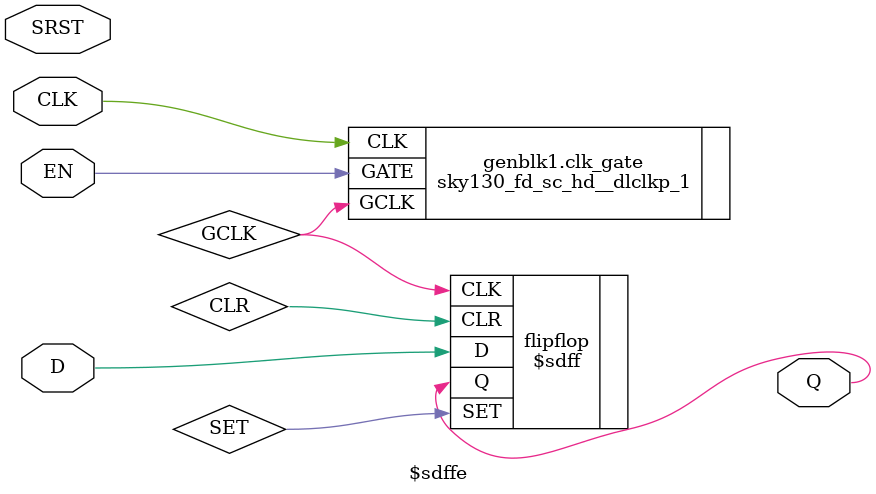
<source format=v>
module \$adffe (ARST, CLK, D, EN, Q);
    parameter ARST_POLARITY =1'b1;
    parameter ARST_VALUE  =1'b0;
    parameter CLK_POLARITY =1'b1;
    parameter EN_POLARITY =1'b1;
    parameter WIDTH =1;

    input ARST, CLK, EN;
    input [WIDTH -1 :0] D; 
    output [WIDTH -1 :0] Q;

    wire GCLK;

    generate
        if (WIDTH < 4) begin
                sky130_fd_sc_hd__dlclkp_1  clk_gate ( .GCLK(GCLK), .CLK(CLK), .GATE(EN) );
                end
            else if (WIDTH < 17) begin
                sky130_fd_sc_hd__dlclkp_2  clk_gate ( .GCLK(GCLK), .CLK(CLK), .GATE(EN) );
                end
            else begin
                sky130_fd_sc_hd__dlclkp_4  clk_gate ( .GCLK(GCLK), .CLK(CLK), .GATE(EN) );
        end
    endgenerate

    $adff  #( 
            .WIDTH(WIDTH), 
            .CLK_POLARITY(CLK_POLARITY),
            .ARST_VALUE(ARST_VALUE) ,
            .ARST_POLARITY (ARST_POLARITY)
            ) 
            flipflop(  
            .CLK(GCLK), 
            .ARST(ARST),
            .D(D), 
            .Q(Q)
            );
endmodule

//////////////////////////////////////////////////////////////////////////////////////
//////////////////////////////////////////////////////////////////////////////////////

module \$dffe ( CLK, D, EN, Q);
    parameter CLK_POLARITY =1'b1;
    parameter EN_POLARITY =1'b1;
    parameter WIDTH =1;

    input  CLK, EN;
    input [WIDTH -1:0] D; 
    output [WIDTH -1:0] Q;

    wire GCLK;

    generate
        if (WIDTH < 4) begin
                sky130_fd_sc_hd__dlclkp_1  clk_gate ( .GCLK(GCLK), .CLK(CLK), .GATE(EN) );
                end
            else if (WIDTH < 17) begin
                sky130_fd_sc_hd__dlclkp_2  clk_gate ( .GCLK(GCLK), .CLK(CLK), .GATE(EN) );
                end
            else begin
                sky130_fd_sc_hd__dlclkp_4  clk_gate ( .GCLK(GCLK), .CLK(CLK), .GATE(EN) );
        end
    endgenerate

    $dff  #( 
            .WIDTH(WIDTH), 
            .CLK_POLARITY(CLK_POLARITY),
            ) 
            flipflop(  
            .CLK(GCLK), 
            .D(D), 
            .Q(Q)
            );
endmodule

//////////////////////////////////////////////////////////////////////////////////////
//////////////////////////////////////////////////////////////////////////////////////

module \$dffsre ( CLK, EN, CLR, SET, D, Q);
    parameter CLK_POLARITY =1'b1;
    parameter EN_POLARITY =1'b1;
    parameter CLR_POLARITY =1'b1;
    parameter SET_POLARITY =1'b1;
    parameter WIDTH =1;

    input  CLK, EN, CLR, SET;
    input [WIDTH -1:0] D; 
    output [WIDTH -1:0] Q;

    wire GCLK;

    generate
        if (WIDTH < 4) begin
                sky130_fd_sc_hd__dlclkp_1  clk_gate ( .GCLK(GCLK), .CLK(CLK), .GATE(EN) );
                end
            else if (WIDTH < 17) begin
                sky130_fd_sc_hd__dlclkp_2  clk_gate ( .GCLK(GCLK), .CLK(CLK), .GATE(EN) );
                end
            else begin
                sky130_fd_sc_hd__dlclkp_4  clk_gate ( .GCLK(GCLK), .CLK(CLK), .GATE(EN) );
        end
    endgenerate

    $dffsr  #( 
            .WIDTH(WIDTH), 
            .CLK_POLARITY(CLK_POLARITY),
            .CLR_POLARITY(CLR_POLARITY), 
            .SET_POLARITY(SET_POLARITY)
            ) 
            flipflop(  
            .CLK(GCLK), 
            .CLR(CLR),
            .SET(SET),
            .D(D), 
            .Q(Q)
            );
endmodule

//////////////////////////////////////////////////////////////////////////////////////
//////////////////////////////////////////////////////////////////////////////////////

//module \$aldffe ( CLK, EN, ALOAD, D, Q);
//    parameter CLK_POLARITY =1'b1;
//    parameter EN_POLARITY =1'b1;
//    parameter ALOAD_POLARITY =1'b1;
//    parameter WIDTH =1;

//    input  CLK, EN, CLR, SET;
//    input [WIDTH -1:0] D; 
//    output [WIDTH -1:0] Q;

//    wire GCLK;

//    generate
//        if (WIDTH < 4) begin
//                sky130_fd_sc_hd__dlclkp_1  clk_gate ( .GCLK(GCLK), .CLK(CLK), .GATE(EN) );
//                end
//            else if (WIDTH < 17) begin
//                sky130_fd_sc_hd__dlclkp_2  clk_gate ( .GCLK(GCLK), .CLK(CLK), .GATE(EN) );
//                end
//            else begin
//                sky130_fd_sc_hd__dlclkp_4  clk_gate ( .GCLK(GCLK), .CLK(CLK), .GATE(EN) );
//        end
//    endgenerate

//    $aldff  #( 
//            .WIDTH(WIDTH), 
//            .CLK_POLARITY(CLK_POLARITY),
//            .CLR_POLARITY(CLR_POLARITY), 
//            ) 
//            flipflop(  
//            .CLK(GCLK), 
//            .D(D), 
//            .Q(Q)
//            );
//endmodule

//////////////////////////////////////////////////////////////////////////////////////
//////////////////////////////////////////////////////////////////////////////////////

module \$sdffe ( CLK, EN, SRST, D, Q);
    parameter CLK_POLARITY =1'b1;
    parameter EN_POLARITY =1'b1;
    parameter SRST_POLARITY =1'b1;
    parameter SRST_VALUE =1'b1;
    parameter WIDTH =1;

    input  CLK, EN, SRST;
    input [WIDTH -1:0] D; 
    output [WIDTH -1:0] Q;

    wire GCLK;

    generate
        if (WIDTH < 4) begin
                sky130_fd_sc_hd__dlclkp_1  clk_gate ( .GCLK(GCLK), .CLK(CLK), .GATE(EN) );
                end
            else if (WIDTH < 17) begin
                sky130_fd_sc_hd__dlclkp_2  clk_gate ( .GCLK(GCLK), .CLK(CLK), .GATE(EN) );
                end
            else begin
                sky130_fd_sc_hd__dlclkp_4  clk_gate ( .GCLK(GCLK), .CLK(CLK), .GATE(EN) );
        end
    endgenerate

    $sdff  #( 
            .WIDTH(WIDTH), 
            .CLK_POLARITY(CLK_POLARITY),
            .SRST_POLARITY(SRST_POLARITY), 
            .SRST_VALUE(SRST_VALUE)
            ) 
            flipflop(  
            .CLK(GCLK), 
            .CLR(CLR),
            .SET(SET),
            .D(D), 
            .Q(Q)
            );
endmodule




	//RTLIL::Cell* addSr    (RTLIL::IdString name, const RTLIL::SigSpec &sig_set, const RTLIL::SigSpec &sig_clr, const RTLIL::SigSpec &sig_q, bool set_polarity = true, bool clr_polarity = true, const std::string &src = "");
	//RTLIL::Cell* addFf    (RTLIL::IdString name, const RTLIL::SigSpec &sig_d, const RTLIL::SigSpec &sig_q, const std::string &src = "");
	//RTLIL::Cell* addDff   (RTLIL::IdString name, const RTLIL::SigSpec &sig_clk, const RTLIL::SigSpec &sig_d,   const RTLIL::SigSpec &sig_q, bool clk_polarity = true, const std::string &src = "");
	//RTLIL::Cell* addDffe  (RTLIL::IdString name, const RTLIL::SigSpec &sig_clk, const RTLIL::SigSpec &sig_en,  const RTLIL::SigSpec &sig_d, const RTLIL::SigSpec &sig_q, bool clk_polarity = true, bool en_polarity = true, const std::string &src = "");
	
    //RTLIL::Cell* addDffsr (RTLIL::IdString name, const RTLIL::SigSpec &sig_clk, const RTLIL::SigSpec &sig_set, const RTLIL::SigSpec &sig_clr, RTLIL::SigSpec sig_d, const RTLIL::SigSpec &sig_q, bool clk_polarity = true, bool set_polarity = true, bool clr_polarity = true, const std::string &src = "");
	//RTLIL::Cell* addDffsre (RTLIL::IdString name, const RTLIL::SigSpec &sig_clk, const RTLIL::SigSpec &sig_en, const RTLIL::SigSpec &sig_set, const RTLIL::SigSpec &sig_clr, RTLIL::SigSpec sig_d, const RTLIL::SigSpec &sig_q, bool clk_polarity = true, bool en_polarity = true, bool set_polarity = true, bool clr_polarity = true, const std::string &src = "");
	
    //RTLIL::Cell* addAdff (RTLIL::IdString name, const RTLIL::SigSpec &sig_clk, const RTLIL::SigSpec &sig_arst, const RTLIL::SigSpec &sig_d, const RTLIL::SigSpec &sig_q, RTLIL::Const arst_value, bool clk_polarity = true, bool arst_polarity = true, const std::string &src = "");
	//RTLIL::Cell* addAdffe (RTLIL::IdString name, const RTLIL::SigSpec &sig_clk, const RTLIL::SigSpec &sig_en, const RTLIL::SigSpec &sig_arst,  const RTLIL::SigSpec &sig_d, const RTLIL::SigSpec &sig_q, RTLIL::Const arst_value, bool clk_polarity = true, bool en_polarity = true, bool arst_polarity = true, const std::string &src = "");
	
    //RTLIL::Cell* addAldff (RTLIL::IdString name, const RTLIL::SigSpec &sig_clk, const RTLIL::SigSpec &sig_aload, const RTLIL::SigSpec &sig_d, const RTLIL::SigSpec &sig_q, const RTLIL::SigSpec &sig_ad, bool clk_polarity = true, bool aload_polarity = true, const std::string &src = "");
	//RTLIL::Cell* addAldffe (RTLIL::IdString name, const RTLIL::SigSpec &sig_clk, const RTLIL::SigSpec &sig_en, const RTLIL::SigSpec &sig_aload,  const RTLIL::SigSpec &sig_d, const RTLIL::SigSpec &sig_q, const RTLIL::SigSpec &sig_ad, bool clk_polarity = true, bool en_polarity = true, bool aload_polarity = true, const std::string &src = "");
	//RTLIL::Cell* addSdff (RTLIL::IdString name, const RTLIL::SigSpec &sig_clk, const RTLIL::SigSpec &sig_srst, const RTLIL::SigSpec &sig_d, const RTLIL::SigSpec &sig_q, RTLIL::Const srst_value, bool clk_polarity = true, bool srst_polarity = true, const std::string &src = "");
	//RTLIL::Cell* addSdffe (RTLIL::IdString name, const RTLIL::SigSpec &sig_clk, const RTLIL::SigSpec &sig_en, const RTLIL::SigSpec &sig_srst,  const RTLIL::SigSpec &sig_d, const RTLIL::SigSpec &sig_q, RTLIL::Const srst_value, bool clk_polarity = true, bool en_polarity = true, bool srst_polarity = true, const std::string &src = "");
	//RTLIL::Cell* addSdffce (RTLIL::IdString name, const RTLIL::SigSpec &sig_clk, const RTLIL::SigSpec &sig_en, const RTLIL::SigSpec &sig_srst, const RTLIL::SigSpec &sig_d, const RTLIL::SigSpec &sig_q, RTLIL::Const srst_value, bool clk_polarity = true, bool en_polarity = true, bool srst_polarity = true, const std::string &src = "");
	//RTLIL::Cell* addDlatch (RTLIL::IdString name, const RTLIL::SigSpec &sig_en, const RTLIL::SigSpec &sig_d, const RTLIL::SigSpec &sig_q, bool en_polarity = true, const std::string &src = "");
	//RTLIL::Cell* addAdlatch (RTLIL::IdString name, const RTLIL::SigSpec &sig_en, const RTLIL::SigSpec &sig_arst, const RTLIL::SigSpec &sig_d, const RTLIL::SigSpec &sig_q, RTLIL::Const arst_value, bool en_polarity = true, bool arst_polarity = true, const std::string &src = "");
	//RTLIL::Cell* addDlatchsr (RTLIL::IdString name, const RTLIL::SigSpec &sig_en, const RTLIL::SigSpec &sig_set, const RTLIL::SigSpec &sig_clr, RTLIL::SigSpec sig_d, const RTLIL::SigSpec &sig_q, bool en_polarity = true, bool set_polarity = true, bool clr_polarity = true, const std::string &src = "");

</source>
